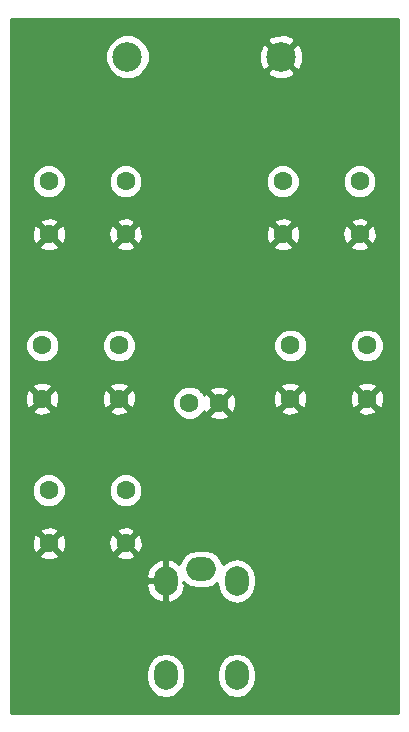
<source format=gbl>
G04 #@! TF.FileFunction,Copper,L2,Bot,Signal*
%FSLAX46Y46*%
G04 Gerber Fmt 4.6, Leading zero omitted, Abs format (unit mm)*
G04 Created by KiCad (PCBNEW 4.0.1-stable) date 2016/10/28 19:13:38*
%MOMM*%
G01*
G04 APERTURE LIST*
%ADD10C,0.100000*%
%ADD11C,1.600000*%
%ADD12C,2.500000*%
%ADD13O,2.000000X2.500000*%
%ADD14O,2.500000X2.000000*%
%ADD15C,0.254000*%
G04 APERTURE END LIST*
D10*
D11*
X134250000Y-100750000D03*
X127750000Y-100750000D03*
X134250000Y-96250000D03*
X127750000Y-96250000D03*
X148750000Y-96250000D03*
X155250000Y-96250000D03*
X148750000Y-100750000D03*
X155250000Y-100750000D03*
D12*
X147960000Y-71800000D03*
X134960000Y-71800000D03*
D13*
X138206000Y-124176000D03*
X144206000Y-124176000D03*
X144206000Y-116176000D03*
X138206000Y-116176000D03*
D14*
X141206000Y-115176000D03*
D11*
X134804000Y-86842000D03*
X128304000Y-86842000D03*
X134804000Y-82342000D03*
X128304000Y-82342000D03*
X134804000Y-113004000D03*
X128304000Y-113004000D03*
X134804000Y-108504000D03*
X128304000Y-108504000D03*
X148116000Y-82342000D03*
X154616000Y-82342000D03*
X148116000Y-86842000D03*
X154616000Y-86842000D03*
X142730000Y-101102000D03*
X140190000Y-101102000D03*
D15*
G36*
X157873000Y-127373000D02*
X125127000Y-127373000D01*
X125127000Y-123889071D01*
X136571000Y-123889071D01*
X136571000Y-124462929D01*
X136695457Y-125088616D01*
X137049880Y-125619049D01*
X137580313Y-125973472D01*
X138206000Y-126097929D01*
X138831687Y-125973472D01*
X139362120Y-125619049D01*
X139716543Y-125088616D01*
X139841000Y-124462929D01*
X139841000Y-123889071D01*
X142571000Y-123889071D01*
X142571000Y-124462929D01*
X142695457Y-125088616D01*
X143049880Y-125619049D01*
X143580313Y-125973472D01*
X144206000Y-126097929D01*
X144831687Y-125973472D01*
X145362120Y-125619049D01*
X145716543Y-125088616D01*
X145841000Y-124462929D01*
X145841000Y-123889071D01*
X145716543Y-123263384D01*
X145362120Y-122732951D01*
X144831687Y-122378528D01*
X144206000Y-122254071D01*
X143580313Y-122378528D01*
X143049880Y-122732951D01*
X142695457Y-123263384D01*
X142571000Y-123889071D01*
X139841000Y-123889071D01*
X139716543Y-123263384D01*
X139362120Y-122732951D01*
X138831687Y-122378528D01*
X138206000Y-122254071D01*
X137580313Y-122378528D01*
X137049880Y-122732951D01*
X136695457Y-123263384D01*
X136571000Y-123889071D01*
X125127000Y-123889071D01*
X125127000Y-116561030D01*
X136567185Y-116561030D01*
X136743606Y-117177899D01*
X137142663Y-117680298D01*
X137703604Y-117991742D01*
X137825566Y-118016124D01*
X138079000Y-117896777D01*
X138079000Y-116303000D01*
X136724988Y-116303000D01*
X136567185Y-116561030D01*
X125127000Y-116561030D01*
X125127000Y-115790970D01*
X136567185Y-115790970D01*
X136724988Y-116049000D01*
X138079000Y-116049000D01*
X138079000Y-114455223D01*
X138333000Y-114455223D01*
X138333000Y-116049000D01*
X138353000Y-116049000D01*
X138353000Y-116303000D01*
X138333000Y-116303000D01*
X138333000Y-117896777D01*
X138586434Y-118016124D01*
X138708396Y-117991742D01*
X139269337Y-117680298D01*
X139668394Y-117177899D01*
X139844815Y-116561030D01*
X139687013Y-116303002D01*
X139743495Y-116303002D01*
X139762951Y-116332120D01*
X140293384Y-116686543D01*
X140919071Y-116811000D01*
X141492929Y-116811000D01*
X142118616Y-116686543D01*
X142571000Y-116384271D01*
X142571000Y-116462929D01*
X142695457Y-117088616D01*
X143049880Y-117619049D01*
X143580313Y-117973472D01*
X144206000Y-118097929D01*
X144831687Y-117973472D01*
X145362120Y-117619049D01*
X145716543Y-117088616D01*
X145841000Y-116462929D01*
X145841000Y-115889071D01*
X145716543Y-115263384D01*
X145362120Y-114732951D01*
X144831687Y-114378528D01*
X144206000Y-114254071D01*
X143580313Y-114378528D01*
X143049880Y-114732951D01*
X143042113Y-114744575D01*
X143003472Y-114550313D01*
X142649049Y-114019880D01*
X142118616Y-113665457D01*
X141492929Y-113541000D01*
X140919071Y-113541000D01*
X140293384Y-113665457D01*
X139762951Y-114019880D01*
X139408528Y-114550313D01*
X139361342Y-114787533D01*
X139269337Y-114671702D01*
X138708396Y-114360258D01*
X138586434Y-114335876D01*
X138333000Y-114455223D01*
X138079000Y-114455223D01*
X137825566Y-114335876D01*
X137703604Y-114360258D01*
X137142663Y-114671702D01*
X136743606Y-115174101D01*
X136567185Y-115790970D01*
X125127000Y-115790970D01*
X125127000Y-114011745D01*
X127475861Y-114011745D01*
X127549995Y-114257864D01*
X128087223Y-114450965D01*
X128657454Y-114423778D01*
X129058005Y-114257864D01*
X129132139Y-114011745D01*
X133975861Y-114011745D01*
X134049995Y-114257864D01*
X134587223Y-114450965D01*
X135157454Y-114423778D01*
X135558005Y-114257864D01*
X135632139Y-114011745D01*
X134804000Y-113183605D01*
X133975861Y-114011745D01*
X129132139Y-114011745D01*
X128304000Y-113183605D01*
X127475861Y-114011745D01*
X125127000Y-114011745D01*
X125127000Y-112787223D01*
X126857035Y-112787223D01*
X126884222Y-113357454D01*
X127050136Y-113758005D01*
X127296255Y-113832139D01*
X128124395Y-113004000D01*
X128483605Y-113004000D01*
X129311745Y-113832139D01*
X129557864Y-113758005D01*
X129750965Y-113220777D01*
X129730295Y-112787223D01*
X133357035Y-112787223D01*
X133384222Y-113357454D01*
X133550136Y-113758005D01*
X133796255Y-113832139D01*
X134624395Y-113004000D01*
X134983605Y-113004000D01*
X135811745Y-113832139D01*
X136057864Y-113758005D01*
X136250965Y-113220777D01*
X136223778Y-112650546D01*
X136057864Y-112249995D01*
X135811745Y-112175861D01*
X134983605Y-113004000D01*
X134624395Y-113004000D01*
X133796255Y-112175861D01*
X133550136Y-112249995D01*
X133357035Y-112787223D01*
X129730295Y-112787223D01*
X129723778Y-112650546D01*
X129557864Y-112249995D01*
X129311745Y-112175861D01*
X128483605Y-113004000D01*
X128124395Y-113004000D01*
X127296255Y-112175861D01*
X127050136Y-112249995D01*
X126857035Y-112787223D01*
X125127000Y-112787223D01*
X125127000Y-111996255D01*
X127475861Y-111996255D01*
X128304000Y-112824395D01*
X129132139Y-111996255D01*
X133975861Y-111996255D01*
X134804000Y-112824395D01*
X135632139Y-111996255D01*
X135558005Y-111750136D01*
X135020777Y-111557035D01*
X134450546Y-111584222D01*
X134049995Y-111750136D01*
X133975861Y-111996255D01*
X129132139Y-111996255D01*
X129058005Y-111750136D01*
X128520777Y-111557035D01*
X127950546Y-111584222D01*
X127549995Y-111750136D01*
X127475861Y-111996255D01*
X125127000Y-111996255D01*
X125127000Y-108788187D01*
X126868752Y-108788187D01*
X127086757Y-109315800D01*
X127490077Y-109719824D01*
X128017309Y-109938750D01*
X128588187Y-109939248D01*
X129115800Y-109721243D01*
X129519824Y-109317923D01*
X129738750Y-108790691D01*
X129738752Y-108788187D01*
X133368752Y-108788187D01*
X133586757Y-109315800D01*
X133990077Y-109719824D01*
X134517309Y-109938750D01*
X135088187Y-109939248D01*
X135615800Y-109721243D01*
X136019824Y-109317923D01*
X136238750Y-108790691D01*
X136239248Y-108219813D01*
X136021243Y-107692200D01*
X135617923Y-107288176D01*
X135090691Y-107069250D01*
X134519813Y-107068752D01*
X133992200Y-107286757D01*
X133588176Y-107690077D01*
X133369250Y-108217309D01*
X133368752Y-108788187D01*
X129738752Y-108788187D01*
X129739248Y-108219813D01*
X129521243Y-107692200D01*
X129117923Y-107288176D01*
X128590691Y-107069250D01*
X128019813Y-107068752D01*
X127492200Y-107286757D01*
X127088176Y-107690077D01*
X126869250Y-108217309D01*
X126868752Y-108788187D01*
X125127000Y-108788187D01*
X125127000Y-101757745D01*
X126921861Y-101757745D01*
X126995995Y-102003864D01*
X127533223Y-102196965D01*
X128103454Y-102169778D01*
X128504005Y-102003864D01*
X128578139Y-101757745D01*
X133421861Y-101757745D01*
X133495995Y-102003864D01*
X134033223Y-102196965D01*
X134603454Y-102169778D01*
X135004005Y-102003864D01*
X135078139Y-101757745D01*
X134250000Y-100929605D01*
X133421861Y-101757745D01*
X128578139Y-101757745D01*
X127750000Y-100929605D01*
X126921861Y-101757745D01*
X125127000Y-101757745D01*
X125127000Y-100533223D01*
X126303035Y-100533223D01*
X126330222Y-101103454D01*
X126496136Y-101504005D01*
X126742255Y-101578139D01*
X127570395Y-100750000D01*
X127929605Y-100750000D01*
X128757745Y-101578139D01*
X129003864Y-101504005D01*
X129196965Y-100966777D01*
X129176295Y-100533223D01*
X132803035Y-100533223D01*
X132830222Y-101103454D01*
X132996136Y-101504005D01*
X133242255Y-101578139D01*
X134070395Y-100750000D01*
X134429605Y-100750000D01*
X135257745Y-101578139D01*
X135503864Y-101504005D01*
X135546212Y-101386187D01*
X138754752Y-101386187D01*
X138972757Y-101913800D01*
X139376077Y-102317824D01*
X139903309Y-102536750D01*
X140474187Y-102537248D01*
X141001800Y-102319243D01*
X141211663Y-102109745D01*
X141901861Y-102109745D01*
X141975995Y-102355864D01*
X142513223Y-102548965D01*
X143083454Y-102521778D01*
X143484005Y-102355864D01*
X143558139Y-102109745D01*
X142730000Y-101281605D01*
X141901861Y-102109745D01*
X141211663Y-102109745D01*
X141405824Y-101915923D01*
X141453448Y-101801232D01*
X141476136Y-101856005D01*
X141722255Y-101930139D01*
X142550395Y-101102000D01*
X142909605Y-101102000D01*
X143737745Y-101930139D01*
X143983864Y-101856005D01*
X144019182Y-101757745D01*
X147921861Y-101757745D01*
X147995995Y-102003864D01*
X148533223Y-102196965D01*
X149103454Y-102169778D01*
X149504005Y-102003864D01*
X149578139Y-101757745D01*
X154421861Y-101757745D01*
X154495995Y-102003864D01*
X155033223Y-102196965D01*
X155603454Y-102169778D01*
X156004005Y-102003864D01*
X156078139Y-101757745D01*
X155250000Y-100929605D01*
X154421861Y-101757745D01*
X149578139Y-101757745D01*
X148750000Y-100929605D01*
X147921861Y-101757745D01*
X144019182Y-101757745D01*
X144176965Y-101318777D01*
X144149778Y-100748546D01*
X144060589Y-100533223D01*
X147303035Y-100533223D01*
X147330222Y-101103454D01*
X147496136Y-101504005D01*
X147742255Y-101578139D01*
X148570395Y-100750000D01*
X148929605Y-100750000D01*
X149757745Y-101578139D01*
X150003864Y-101504005D01*
X150196965Y-100966777D01*
X150176295Y-100533223D01*
X153803035Y-100533223D01*
X153830222Y-101103454D01*
X153996136Y-101504005D01*
X154242255Y-101578139D01*
X155070395Y-100750000D01*
X155429605Y-100750000D01*
X156257745Y-101578139D01*
X156503864Y-101504005D01*
X156696965Y-100966777D01*
X156669778Y-100396546D01*
X156503864Y-99995995D01*
X156257745Y-99921861D01*
X155429605Y-100750000D01*
X155070395Y-100750000D01*
X154242255Y-99921861D01*
X153996136Y-99995995D01*
X153803035Y-100533223D01*
X150176295Y-100533223D01*
X150169778Y-100396546D01*
X150003864Y-99995995D01*
X149757745Y-99921861D01*
X148929605Y-100750000D01*
X148570395Y-100750000D01*
X147742255Y-99921861D01*
X147496136Y-99995995D01*
X147303035Y-100533223D01*
X144060589Y-100533223D01*
X143983864Y-100347995D01*
X143737745Y-100273861D01*
X142909605Y-101102000D01*
X142550395Y-101102000D01*
X141722255Y-100273861D01*
X141476136Y-100347995D01*
X141455195Y-100406254D01*
X141407243Y-100290200D01*
X141211640Y-100094255D01*
X141901861Y-100094255D01*
X142730000Y-100922395D01*
X143558139Y-100094255D01*
X143484005Y-99848136D01*
X143189433Y-99742255D01*
X147921861Y-99742255D01*
X148750000Y-100570395D01*
X149578139Y-99742255D01*
X154421861Y-99742255D01*
X155250000Y-100570395D01*
X156078139Y-99742255D01*
X156004005Y-99496136D01*
X155466777Y-99303035D01*
X154896546Y-99330222D01*
X154495995Y-99496136D01*
X154421861Y-99742255D01*
X149578139Y-99742255D01*
X149504005Y-99496136D01*
X148966777Y-99303035D01*
X148396546Y-99330222D01*
X147995995Y-99496136D01*
X147921861Y-99742255D01*
X143189433Y-99742255D01*
X142946777Y-99655035D01*
X142376546Y-99682222D01*
X141975995Y-99848136D01*
X141901861Y-100094255D01*
X141211640Y-100094255D01*
X141003923Y-99886176D01*
X140476691Y-99667250D01*
X139905813Y-99666752D01*
X139378200Y-99884757D01*
X138974176Y-100288077D01*
X138755250Y-100815309D01*
X138754752Y-101386187D01*
X135546212Y-101386187D01*
X135696965Y-100966777D01*
X135669778Y-100396546D01*
X135503864Y-99995995D01*
X135257745Y-99921861D01*
X134429605Y-100750000D01*
X134070395Y-100750000D01*
X133242255Y-99921861D01*
X132996136Y-99995995D01*
X132803035Y-100533223D01*
X129176295Y-100533223D01*
X129169778Y-100396546D01*
X129003864Y-99995995D01*
X128757745Y-99921861D01*
X127929605Y-100750000D01*
X127570395Y-100750000D01*
X126742255Y-99921861D01*
X126496136Y-99995995D01*
X126303035Y-100533223D01*
X125127000Y-100533223D01*
X125127000Y-99742255D01*
X126921861Y-99742255D01*
X127750000Y-100570395D01*
X128578139Y-99742255D01*
X133421861Y-99742255D01*
X134250000Y-100570395D01*
X135078139Y-99742255D01*
X135004005Y-99496136D01*
X134466777Y-99303035D01*
X133896546Y-99330222D01*
X133495995Y-99496136D01*
X133421861Y-99742255D01*
X128578139Y-99742255D01*
X128504005Y-99496136D01*
X127966777Y-99303035D01*
X127396546Y-99330222D01*
X126995995Y-99496136D01*
X126921861Y-99742255D01*
X125127000Y-99742255D01*
X125127000Y-96534187D01*
X126314752Y-96534187D01*
X126532757Y-97061800D01*
X126936077Y-97465824D01*
X127463309Y-97684750D01*
X128034187Y-97685248D01*
X128561800Y-97467243D01*
X128965824Y-97063923D01*
X129184750Y-96536691D01*
X129184752Y-96534187D01*
X132814752Y-96534187D01*
X133032757Y-97061800D01*
X133436077Y-97465824D01*
X133963309Y-97684750D01*
X134534187Y-97685248D01*
X135061800Y-97467243D01*
X135465824Y-97063923D01*
X135684750Y-96536691D01*
X135684752Y-96534187D01*
X147314752Y-96534187D01*
X147532757Y-97061800D01*
X147936077Y-97465824D01*
X148463309Y-97684750D01*
X149034187Y-97685248D01*
X149561800Y-97467243D01*
X149965824Y-97063923D01*
X150184750Y-96536691D01*
X150184752Y-96534187D01*
X153814752Y-96534187D01*
X154032757Y-97061800D01*
X154436077Y-97465824D01*
X154963309Y-97684750D01*
X155534187Y-97685248D01*
X156061800Y-97467243D01*
X156465824Y-97063923D01*
X156684750Y-96536691D01*
X156685248Y-95965813D01*
X156467243Y-95438200D01*
X156063923Y-95034176D01*
X155536691Y-94815250D01*
X154965813Y-94814752D01*
X154438200Y-95032757D01*
X154034176Y-95436077D01*
X153815250Y-95963309D01*
X153814752Y-96534187D01*
X150184752Y-96534187D01*
X150185248Y-95965813D01*
X149967243Y-95438200D01*
X149563923Y-95034176D01*
X149036691Y-94815250D01*
X148465813Y-94814752D01*
X147938200Y-95032757D01*
X147534176Y-95436077D01*
X147315250Y-95963309D01*
X147314752Y-96534187D01*
X135684752Y-96534187D01*
X135685248Y-95965813D01*
X135467243Y-95438200D01*
X135063923Y-95034176D01*
X134536691Y-94815250D01*
X133965813Y-94814752D01*
X133438200Y-95032757D01*
X133034176Y-95436077D01*
X132815250Y-95963309D01*
X132814752Y-96534187D01*
X129184752Y-96534187D01*
X129185248Y-95965813D01*
X128967243Y-95438200D01*
X128563923Y-95034176D01*
X128036691Y-94815250D01*
X127465813Y-94814752D01*
X126938200Y-95032757D01*
X126534176Y-95436077D01*
X126315250Y-95963309D01*
X126314752Y-96534187D01*
X125127000Y-96534187D01*
X125127000Y-87849745D01*
X127475861Y-87849745D01*
X127549995Y-88095864D01*
X128087223Y-88288965D01*
X128657454Y-88261778D01*
X129058005Y-88095864D01*
X129132139Y-87849745D01*
X133975861Y-87849745D01*
X134049995Y-88095864D01*
X134587223Y-88288965D01*
X135157454Y-88261778D01*
X135558005Y-88095864D01*
X135632139Y-87849745D01*
X147287861Y-87849745D01*
X147361995Y-88095864D01*
X147899223Y-88288965D01*
X148469454Y-88261778D01*
X148870005Y-88095864D01*
X148944139Y-87849745D01*
X153787861Y-87849745D01*
X153861995Y-88095864D01*
X154399223Y-88288965D01*
X154969454Y-88261778D01*
X155370005Y-88095864D01*
X155444139Y-87849745D01*
X154616000Y-87021605D01*
X153787861Y-87849745D01*
X148944139Y-87849745D01*
X148116000Y-87021605D01*
X147287861Y-87849745D01*
X135632139Y-87849745D01*
X134804000Y-87021605D01*
X133975861Y-87849745D01*
X129132139Y-87849745D01*
X128304000Y-87021605D01*
X127475861Y-87849745D01*
X125127000Y-87849745D01*
X125127000Y-86625223D01*
X126857035Y-86625223D01*
X126884222Y-87195454D01*
X127050136Y-87596005D01*
X127296255Y-87670139D01*
X128124395Y-86842000D01*
X128483605Y-86842000D01*
X129311745Y-87670139D01*
X129557864Y-87596005D01*
X129750965Y-87058777D01*
X129730295Y-86625223D01*
X133357035Y-86625223D01*
X133384222Y-87195454D01*
X133550136Y-87596005D01*
X133796255Y-87670139D01*
X134624395Y-86842000D01*
X134983605Y-86842000D01*
X135811745Y-87670139D01*
X136057864Y-87596005D01*
X136250965Y-87058777D01*
X136230295Y-86625223D01*
X146669035Y-86625223D01*
X146696222Y-87195454D01*
X146862136Y-87596005D01*
X147108255Y-87670139D01*
X147936395Y-86842000D01*
X148295605Y-86842000D01*
X149123745Y-87670139D01*
X149369864Y-87596005D01*
X149562965Y-87058777D01*
X149542295Y-86625223D01*
X153169035Y-86625223D01*
X153196222Y-87195454D01*
X153362136Y-87596005D01*
X153608255Y-87670139D01*
X154436395Y-86842000D01*
X154795605Y-86842000D01*
X155623745Y-87670139D01*
X155869864Y-87596005D01*
X156062965Y-87058777D01*
X156035778Y-86488546D01*
X155869864Y-86087995D01*
X155623745Y-86013861D01*
X154795605Y-86842000D01*
X154436395Y-86842000D01*
X153608255Y-86013861D01*
X153362136Y-86087995D01*
X153169035Y-86625223D01*
X149542295Y-86625223D01*
X149535778Y-86488546D01*
X149369864Y-86087995D01*
X149123745Y-86013861D01*
X148295605Y-86842000D01*
X147936395Y-86842000D01*
X147108255Y-86013861D01*
X146862136Y-86087995D01*
X146669035Y-86625223D01*
X136230295Y-86625223D01*
X136223778Y-86488546D01*
X136057864Y-86087995D01*
X135811745Y-86013861D01*
X134983605Y-86842000D01*
X134624395Y-86842000D01*
X133796255Y-86013861D01*
X133550136Y-86087995D01*
X133357035Y-86625223D01*
X129730295Y-86625223D01*
X129723778Y-86488546D01*
X129557864Y-86087995D01*
X129311745Y-86013861D01*
X128483605Y-86842000D01*
X128124395Y-86842000D01*
X127296255Y-86013861D01*
X127050136Y-86087995D01*
X126857035Y-86625223D01*
X125127000Y-86625223D01*
X125127000Y-85834255D01*
X127475861Y-85834255D01*
X128304000Y-86662395D01*
X129132139Y-85834255D01*
X133975861Y-85834255D01*
X134804000Y-86662395D01*
X135632139Y-85834255D01*
X147287861Y-85834255D01*
X148116000Y-86662395D01*
X148944139Y-85834255D01*
X153787861Y-85834255D01*
X154616000Y-86662395D01*
X155444139Y-85834255D01*
X155370005Y-85588136D01*
X154832777Y-85395035D01*
X154262546Y-85422222D01*
X153861995Y-85588136D01*
X153787861Y-85834255D01*
X148944139Y-85834255D01*
X148870005Y-85588136D01*
X148332777Y-85395035D01*
X147762546Y-85422222D01*
X147361995Y-85588136D01*
X147287861Y-85834255D01*
X135632139Y-85834255D01*
X135558005Y-85588136D01*
X135020777Y-85395035D01*
X134450546Y-85422222D01*
X134049995Y-85588136D01*
X133975861Y-85834255D01*
X129132139Y-85834255D01*
X129058005Y-85588136D01*
X128520777Y-85395035D01*
X127950546Y-85422222D01*
X127549995Y-85588136D01*
X127475861Y-85834255D01*
X125127000Y-85834255D01*
X125127000Y-82626187D01*
X126868752Y-82626187D01*
X127086757Y-83153800D01*
X127490077Y-83557824D01*
X128017309Y-83776750D01*
X128588187Y-83777248D01*
X129115800Y-83559243D01*
X129519824Y-83155923D01*
X129738750Y-82628691D01*
X129738752Y-82626187D01*
X133368752Y-82626187D01*
X133586757Y-83153800D01*
X133990077Y-83557824D01*
X134517309Y-83776750D01*
X135088187Y-83777248D01*
X135615800Y-83559243D01*
X136019824Y-83155923D01*
X136238750Y-82628691D01*
X136238752Y-82626187D01*
X146680752Y-82626187D01*
X146898757Y-83153800D01*
X147302077Y-83557824D01*
X147829309Y-83776750D01*
X148400187Y-83777248D01*
X148927800Y-83559243D01*
X149331824Y-83155923D01*
X149550750Y-82628691D01*
X149550752Y-82626187D01*
X153180752Y-82626187D01*
X153398757Y-83153800D01*
X153802077Y-83557824D01*
X154329309Y-83776750D01*
X154900187Y-83777248D01*
X155427800Y-83559243D01*
X155831824Y-83155923D01*
X156050750Y-82628691D01*
X156051248Y-82057813D01*
X155833243Y-81530200D01*
X155429923Y-81126176D01*
X154902691Y-80907250D01*
X154331813Y-80906752D01*
X153804200Y-81124757D01*
X153400176Y-81528077D01*
X153181250Y-82055309D01*
X153180752Y-82626187D01*
X149550752Y-82626187D01*
X149551248Y-82057813D01*
X149333243Y-81530200D01*
X148929923Y-81126176D01*
X148402691Y-80907250D01*
X147831813Y-80906752D01*
X147304200Y-81124757D01*
X146900176Y-81528077D01*
X146681250Y-82055309D01*
X146680752Y-82626187D01*
X136238752Y-82626187D01*
X136239248Y-82057813D01*
X136021243Y-81530200D01*
X135617923Y-81126176D01*
X135090691Y-80907250D01*
X134519813Y-80906752D01*
X133992200Y-81124757D01*
X133588176Y-81528077D01*
X133369250Y-82055309D01*
X133368752Y-82626187D01*
X129738752Y-82626187D01*
X129739248Y-82057813D01*
X129521243Y-81530200D01*
X129117923Y-81126176D01*
X128590691Y-80907250D01*
X128019813Y-80906752D01*
X127492200Y-81124757D01*
X127088176Y-81528077D01*
X126869250Y-82055309D01*
X126868752Y-82626187D01*
X125127000Y-82626187D01*
X125127000Y-72173305D01*
X133074674Y-72173305D01*
X133361043Y-72866372D01*
X133890839Y-73397093D01*
X134583405Y-73684672D01*
X135333305Y-73685326D01*
X136026372Y-73398957D01*
X136292472Y-73133320D01*
X146806285Y-73133320D01*
X146935533Y-73426123D01*
X147635806Y-73694388D01*
X148385435Y-73674250D01*
X148984467Y-73426123D01*
X149113715Y-73133320D01*
X147960000Y-71979605D01*
X146806285Y-73133320D01*
X136292472Y-73133320D01*
X136557093Y-72869161D01*
X136844672Y-72176595D01*
X136845283Y-71475806D01*
X146065612Y-71475806D01*
X146085750Y-72225435D01*
X146333877Y-72824467D01*
X146626680Y-72953715D01*
X147780395Y-71800000D01*
X148139605Y-71800000D01*
X149293320Y-72953715D01*
X149586123Y-72824467D01*
X149854388Y-72124194D01*
X149834250Y-71374565D01*
X149586123Y-70775533D01*
X149293320Y-70646285D01*
X148139605Y-71800000D01*
X147780395Y-71800000D01*
X146626680Y-70646285D01*
X146333877Y-70775533D01*
X146065612Y-71475806D01*
X136845283Y-71475806D01*
X136845326Y-71426695D01*
X136558957Y-70733628D01*
X136292475Y-70466680D01*
X146806285Y-70466680D01*
X147960000Y-71620395D01*
X149113715Y-70466680D01*
X148984467Y-70173877D01*
X148284194Y-69905612D01*
X147534565Y-69925750D01*
X146935533Y-70173877D01*
X146806285Y-70466680D01*
X136292475Y-70466680D01*
X136029161Y-70202907D01*
X135336595Y-69915328D01*
X134586695Y-69914674D01*
X133893628Y-70201043D01*
X133362907Y-70730839D01*
X133075328Y-71423405D01*
X133074674Y-72173305D01*
X125127000Y-72173305D01*
X125127000Y-68627000D01*
X157873000Y-68627000D01*
X157873000Y-127373000D01*
X157873000Y-127373000D01*
G37*
X157873000Y-127373000D02*
X125127000Y-127373000D01*
X125127000Y-123889071D01*
X136571000Y-123889071D01*
X136571000Y-124462929D01*
X136695457Y-125088616D01*
X137049880Y-125619049D01*
X137580313Y-125973472D01*
X138206000Y-126097929D01*
X138831687Y-125973472D01*
X139362120Y-125619049D01*
X139716543Y-125088616D01*
X139841000Y-124462929D01*
X139841000Y-123889071D01*
X142571000Y-123889071D01*
X142571000Y-124462929D01*
X142695457Y-125088616D01*
X143049880Y-125619049D01*
X143580313Y-125973472D01*
X144206000Y-126097929D01*
X144831687Y-125973472D01*
X145362120Y-125619049D01*
X145716543Y-125088616D01*
X145841000Y-124462929D01*
X145841000Y-123889071D01*
X145716543Y-123263384D01*
X145362120Y-122732951D01*
X144831687Y-122378528D01*
X144206000Y-122254071D01*
X143580313Y-122378528D01*
X143049880Y-122732951D01*
X142695457Y-123263384D01*
X142571000Y-123889071D01*
X139841000Y-123889071D01*
X139716543Y-123263384D01*
X139362120Y-122732951D01*
X138831687Y-122378528D01*
X138206000Y-122254071D01*
X137580313Y-122378528D01*
X137049880Y-122732951D01*
X136695457Y-123263384D01*
X136571000Y-123889071D01*
X125127000Y-123889071D01*
X125127000Y-116561030D01*
X136567185Y-116561030D01*
X136743606Y-117177899D01*
X137142663Y-117680298D01*
X137703604Y-117991742D01*
X137825566Y-118016124D01*
X138079000Y-117896777D01*
X138079000Y-116303000D01*
X136724988Y-116303000D01*
X136567185Y-116561030D01*
X125127000Y-116561030D01*
X125127000Y-115790970D01*
X136567185Y-115790970D01*
X136724988Y-116049000D01*
X138079000Y-116049000D01*
X138079000Y-114455223D01*
X138333000Y-114455223D01*
X138333000Y-116049000D01*
X138353000Y-116049000D01*
X138353000Y-116303000D01*
X138333000Y-116303000D01*
X138333000Y-117896777D01*
X138586434Y-118016124D01*
X138708396Y-117991742D01*
X139269337Y-117680298D01*
X139668394Y-117177899D01*
X139844815Y-116561030D01*
X139687013Y-116303002D01*
X139743495Y-116303002D01*
X139762951Y-116332120D01*
X140293384Y-116686543D01*
X140919071Y-116811000D01*
X141492929Y-116811000D01*
X142118616Y-116686543D01*
X142571000Y-116384271D01*
X142571000Y-116462929D01*
X142695457Y-117088616D01*
X143049880Y-117619049D01*
X143580313Y-117973472D01*
X144206000Y-118097929D01*
X144831687Y-117973472D01*
X145362120Y-117619049D01*
X145716543Y-117088616D01*
X145841000Y-116462929D01*
X145841000Y-115889071D01*
X145716543Y-115263384D01*
X145362120Y-114732951D01*
X144831687Y-114378528D01*
X144206000Y-114254071D01*
X143580313Y-114378528D01*
X143049880Y-114732951D01*
X143042113Y-114744575D01*
X143003472Y-114550313D01*
X142649049Y-114019880D01*
X142118616Y-113665457D01*
X141492929Y-113541000D01*
X140919071Y-113541000D01*
X140293384Y-113665457D01*
X139762951Y-114019880D01*
X139408528Y-114550313D01*
X139361342Y-114787533D01*
X139269337Y-114671702D01*
X138708396Y-114360258D01*
X138586434Y-114335876D01*
X138333000Y-114455223D01*
X138079000Y-114455223D01*
X137825566Y-114335876D01*
X137703604Y-114360258D01*
X137142663Y-114671702D01*
X136743606Y-115174101D01*
X136567185Y-115790970D01*
X125127000Y-115790970D01*
X125127000Y-114011745D01*
X127475861Y-114011745D01*
X127549995Y-114257864D01*
X128087223Y-114450965D01*
X128657454Y-114423778D01*
X129058005Y-114257864D01*
X129132139Y-114011745D01*
X133975861Y-114011745D01*
X134049995Y-114257864D01*
X134587223Y-114450965D01*
X135157454Y-114423778D01*
X135558005Y-114257864D01*
X135632139Y-114011745D01*
X134804000Y-113183605D01*
X133975861Y-114011745D01*
X129132139Y-114011745D01*
X128304000Y-113183605D01*
X127475861Y-114011745D01*
X125127000Y-114011745D01*
X125127000Y-112787223D01*
X126857035Y-112787223D01*
X126884222Y-113357454D01*
X127050136Y-113758005D01*
X127296255Y-113832139D01*
X128124395Y-113004000D01*
X128483605Y-113004000D01*
X129311745Y-113832139D01*
X129557864Y-113758005D01*
X129750965Y-113220777D01*
X129730295Y-112787223D01*
X133357035Y-112787223D01*
X133384222Y-113357454D01*
X133550136Y-113758005D01*
X133796255Y-113832139D01*
X134624395Y-113004000D01*
X134983605Y-113004000D01*
X135811745Y-113832139D01*
X136057864Y-113758005D01*
X136250965Y-113220777D01*
X136223778Y-112650546D01*
X136057864Y-112249995D01*
X135811745Y-112175861D01*
X134983605Y-113004000D01*
X134624395Y-113004000D01*
X133796255Y-112175861D01*
X133550136Y-112249995D01*
X133357035Y-112787223D01*
X129730295Y-112787223D01*
X129723778Y-112650546D01*
X129557864Y-112249995D01*
X129311745Y-112175861D01*
X128483605Y-113004000D01*
X128124395Y-113004000D01*
X127296255Y-112175861D01*
X127050136Y-112249995D01*
X126857035Y-112787223D01*
X125127000Y-112787223D01*
X125127000Y-111996255D01*
X127475861Y-111996255D01*
X128304000Y-112824395D01*
X129132139Y-111996255D01*
X133975861Y-111996255D01*
X134804000Y-112824395D01*
X135632139Y-111996255D01*
X135558005Y-111750136D01*
X135020777Y-111557035D01*
X134450546Y-111584222D01*
X134049995Y-111750136D01*
X133975861Y-111996255D01*
X129132139Y-111996255D01*
X129058005Y-111750136D01*
X128520777Y-111557035D01*
X127950546Y-111584222D01*
X127549995Y-111750136D01*
X127475861Y-111996255D01*
X125127000Y-111996255D01*
X125127000Y-108788187D01*
X126868752Y-108788187D01*
X127086757Y-109315800D01*
X127490077Y-109719824D01*
X128017309Y-109938750D01*
X128588187Y-109939248D01*
X129115800Y-109721243D01*
X129519824Y-109317923D01*
X129738750Y-108790691D01*
X129738752Y-108788187D01*
X133368752Y-108788187D01*
X133586757Y-109315800D01*
X133990077Y-109719824D01*
X134517309Y-109938750D01*
X135088187Y-109939248D01*
X135615800Y-109721243D01*
X136019824Y-109317923D01*
X136238750Y-108790691D01*
X136239248Y-108219813D01*
X136021243Y-107692200D01*
X135617923Y-107288176D01*
X135090691Y-107069250D01*
X134519813Y-107068752D01*
X133992200Y-107286757D01*
X133588176Y-107690077D01*
X133369250Y-108217309D01*
X133368752Y-108788187D01*
X129738752Y-108788187D01*
X129739248Y-108219813D01*
X129521243Y-107692200D01*
X129117923Y-107288176D01*
X128590691Y-107069250D01*
X128019813Y-107068752D01*
X127492200Y-107286757D01*
X127088176Y-107690077D01*
X126869250Y-108217309D01*
X126868752Y-108788187D01*
X125127000Y-108788187D01*
X125127000Y-101757745D01*
X126921861Y-101757745D01*
X126995995Y-102003864D01*
X127533223Y-102196965D01*
X128103454Y-102169778D01*
X128504005Y-102003864D01*
X128578139Y-101757745D01*
X133421861Y-101757745D01*
X133495995Y-102003864D01*
X134033223Y-102196965D01*
X134603454Y-102169778D01*
X135004005Y-102003864D01*
X135078139Y-101757745D01*
X134250000Y-100929605D01*
X133421861Y-101757745D01*
X128578139Y-101757745D01*
X127750000Y-100929605D01*
X126921861Y-101757745D01*
X125127000Y-101757745D01*
X125127000Y-100533223D01*
X126303035Y-100533223D01*
X126330222Y-101103454D01*
X126496136Y-101504005D01*
X126742255Y-101578139D01*
X127570395Y-100750000D01*
X127929605Y-100750000D01*
X128757745Y-101578139D01*
X129003864Y-101504005D01*
X129196965Y-100966777D01*
X129176295Y-100533223D01*
X132803035Y-100533223D01*
X132830222Y-101103454D01*
X132996136Y-101504005D01*
X133242255Y-101578139D01*
X134070395Y-100750000D01*
X134429605Y-100750000D01*
X135257745Y-101578139D01*
X135503864Y-101504005D01*
X135546212Y-101386187D01*
X138754752Y-101386187D01*
X138972757Y-101913800D01*
X139376077Y-102317824D01*
X139903309Y-102536750D01*
X140474187Y-102537248D01*
X141001800Y-102319243D01*
X141211663Y-102109745D01*
X141901861Y-102109745D01*
X141975995Y-102355864D01*
X142513223Y-102548965D01*
X143083454Y-102521778D01*
X143484005Y-102355864D01*
X143558139Y-102109745D01*
X142730000Y-101281605D01*
X141901861Y-102109745D01*
X141211663Y-102109745D01*
X141405824Y-101915923D01*
X141453448Y-101801232D01*
X141476136Y-101856005D01*
X141722255Y-101930139D01*
X142550395Y-101102000D01*
X142909605Y-101102000D01*
X143737745Y-101930139D01*
X143983864Y-101856005D01*
X144019182Y-101757745D01*
X147921861Y-101757745D01*
X147995995Y-102003864D01*
X148533223Y-102196965D01*
X149103454Y-102169778D01*
X149504005Y-102003864D01*
X149578139Y-101757745D01*
X154421861Y-101757745D01*
X154495995Y-102003864D01*
X155033223Y-102196965D01*
X155603454Y-102169778D01*
X156004005Y-102003864D01*
X156078139Y-101757745D01*
X155250000Y-100929605D01*
X154421861Y-101757745D01*
X149578139Y-101757745D01*
X148750000Y-100929605D01*
X147921861Y-101757745D01*
X144019182Y-101757745D01*
X144176965Y-101318777D01*
X144149778Y-100748546D01*
X144060589Y-100533223D01*
X147303035Y-100533223D01*
X147330222Y-101103454D01*
X147496136Y-101504005D01*
X147742255Y-101578139D01*
X148570395Y-100750000D01*
X148929605Y-100750000D01*
X149757745Y-101578139D01*
X150003864Y-101504005D01*
X150196965Y-100966777D01*
X150176295Y-100533223D01*
X153803035Y-100533223D01*
X153830222Y-101103454D01*
X153996136Y-101504005D01*
X154242255Y-101578139D01*
X155070395Y-100750000D01*
X155429605Y-100750000D01*
X156257745Y-101578139D01*
X156503864Y-101504005D01*
X156696965Y-100966777D01*
X156669778Y-100396546D01*
X156503864Y-99995995D01*
X156257745Y-99921861D01*
X155429605Y-100750000D01*
X155070395Y-100750000D01*
X154242255Y-99921861D01*
X153996136Y-99995995D01*
X153803035Y-100533223D01*
X150176295Y-100533223D01*
X150169778Y-100396546D01*
X150003864Y-99995995D01*
X149757745Y-99921861D01*
X148929605Y-100750000D01*
X148570395Y-100750000D01*
X147742255Y-99921861D01*
X147496136Y-99995995D01*
X147303035Y-100533223D01*
X144060589Y-100533223D01*
X143983864Y-100347995D01*
X143737745Y-100273861D01*
X142909605Y-101102000D01*
X142550395Y-101102000D01*
X141722255Y-100273861D01*
X141476136Y-100347995D01*
X141455195Y-100406254D01*
X141407243Y-100290200D01*
X141211640Y-100094255D01*
X141901861Y-100094255D01*
X142730000Y-100922395D01*
X143558139Y-100094255D01*
X143484005Y-99848136D01*
X143189433Y-99742255D01*
X147921861Y-99742255D01*
X148750000Y-100570395D01*
X149578139Y-99742255D01*
X154421861Y-99742255D01*
X155250000Y-100570395D01*
X156078139Y-99742255D01*
X156004005Y-99496136D01*
X155466777Y-99303035D01*
X154896546Y-99330222D01*
X154495995Y-99496136D01*
X154421861Y-99742255D01*
X149578139Y-99742255D01*
X149504005Y-99496136D01*
X148966777Y-99303035D01*
X148396546Y-99330222D01*
X147995995Y-99496136D01*
X147921861Y-99742255D01*
X143189433Y-99742255D01*
X142946777Y-99655035D01*
X142376546Y-99682222D01*
X141975995Y-99848136D01*
X141901861Y-100094255D01*
X141211640Y-100094255D01*
X141003923Y-99886176D01*
X140476691Y-99667250D01*
X139905813Y-99666752D01*
X139378200Y-99884757D01*
X138974176Y-100288077D01*
X138755250Y-100815309D01*
X138754752Y-101386187D01*
X135546212Y-101386187D01*
X135696965Y-100966777D01*
X135669778Y-100396546D01*
X135503864Y-99995995D01*
X135257745Y-99921861D01*
X134429605Y-100750000D01*
X134070395Y-100750000D01*
X133242255Y-99921861D01*
X132996136Y-99995995D01*
X132803035Y-100533223D01*
X129176295Y-100533223D01*
X129169778Y-100396546D01*
X129003864Y-99995995D01*
X128757745Y-99921861D01*
X127929605Y-100750000D01*
X127570395Y-100750000D01*
X126742255Y-99921861D01*
X126496136Y-99995995D01*
X126303035Y-100533223D01*
X125127000Y-100533223D01*
X125127000Y-99742255D01*
X126921861Y-99742255D01*
X127750000Y-100570395D01*
X128578139Y-99742255D01*
X133421861Y-99742255D01*
X134250000Y-100570395D01*
X135078139Y-99742255D01*
X135004005Y-99496136D01*
X134466777Y-99303035D01*
X133896546Y-99330222D01*
X133495995Y-99496136D01*
X133421861Y-99742255D01*
X128578139Y-99742255D01*
X128504005Y-99496136D01*
X127966777Y-99303035D01*
X127396546Y-99330222D01*
X126995995Y-99496136D01*
X126921861Y-99742255D01*
X125127000Y-99742255D01*
X125127000Y-96534187D01*
X126314752Y-96534187D01*
X126532757Y-97061800D01*
X126936077Y-97465824D01*
X127463309Y-97684750D01*
X128034187Y-97685248D01*
X128561800Y-97467243D01*
X128965824Y-97063923D01*
X129184750Y-96536691D01*
X129184752Y-96534187D01*
X132814752Y-96534187D01*
X133032757Y-97061800D01*
X133436077Y-97465824D01*
X133963309Y-97684750D01*
X134534187Y-97685248D01*
X135061800Y-97467243D01*
X135465824Y-97063923D01*
X135684750Y-96536691D01*
X135684752Y-96534187D01*
X147314752Y-96534187D01*
X147532757Y-97061800D01*
X147936077Y-97465824D01*
X148463309Y-97684750D01*
X149034187Y-97685248D01*
X149561800Y-97467243D01*
X149965824Y-97063923D01*
X150184750Y-96536691D01*
X150184752Y-96534187D01*
X153814752Y-96534187D01*
X154032757Y-97061800D01*
X154436077Y-97465824D01*
X154963309Y-97684750D01*
X155534187Y-97685248D01*
X156061800Y-97467243D01*
X156465824Y-97063923D01*
X156684750Y-96536691D01*
X156685248Y-95965813D01*
X156467243Y-95438200D01*
X156063923Y-95034176D01*
X155536691Y-94815250D01*
X154965813Y-94814752D01*
X154438200Y-95032757D01*
X154034176Y-95436077D01*
X153815250Y-95963309D01*
X153814752Y-96534187D01*
X150184752Y-96534187D01*
X150185248Y-95965813D01*
X149967243Y-95438200D01*
X149563923Y-95034176D01*
X149036691Y-94815250D01*
X148465813Y-94814752D01*
X147938200Y-95032757D01*
X147534176Y-95436077D01*
X147315250Y-95963309D01*
X147314752Y-96534187D01*
X135684752Y-96534187D01*
X135685248Y-95965813D01*
X135467243Y-95438200D01*
X135063923Y-95034176D01*
X134536691Y-94815250D01*
X133965813Y-94814752D01*
X133438200Y-95032757D01*
X133034176Y-95436077D01*
X132815250Y-95963309D01*
X132814752Y-96534187D01*
X129184752Y-96534187D01*
X129185248Y-95965813D01*
X128967243Y-95438200D01*
X128563923Y-95034176D01*
X128036691Y-94815250D01*
X127465813Y-94814752D01*
X126938200Y-95032757D01*
X126534176Y-95436077D01*
X126315250Y-95963309D01*
X126314752Y-96534187D01*
X125127000Y-96534187D01*
X125127000Y-87849745D01*
X127475861Y-87849745D01*
X127549995Y-88095864D01*
X128087223Y-88288965D01*
X128657454Y-88261778D01*
X129058005Y-88095864D01*
X129132139Y-87849745D01*
X133975861Y-87849745D01*
X134049995Y-88095864D01*
X134587223Y-88288965D01*
X135157454Y-88261778D01*
X135558005Y-88095864D01*
X135632139Y-87849745D01*
X147287861Y-87849745D01*
X147361995Y-88095864D01*
X147899223Y-88288965D01*
X148469454Y-88261778D01*
X148870005Y-88095864D01*
X148944139Y-87849745D01*
X153787861Y-87849745D01*
X153861995Y-88095864D01*
X154399223Y-88288965D01*
X154969454Y-88261778D01*
X155370005Y-88095864D01*
X155444139Y-87849745D01*
X154616000Y-87021605D01*
X153787861Y-87849745D01*
X148944139Y-87849745D01*
X148116000Y-87021605D01*
X147287861Y-87849745D01*
X135632139Y-87849745D01*
X134804000Y-87021605D01*
X133975861Y-87849745D01*
X129132139Y-87849745D01*
X128304000Y-87021605D01*
X127475861Y-87849745D01*
X125127000Y-87849745D01*
X125127000Y-86625223D01*
X126857035Y-86625223D01*
X126884222Y-87195454D01*
X127050136Y-87596005D01*
X127296255Y-87670139D01*
X128124395Y-86842000D01*
X128483605Y-86842000D01*
X129311745Y-87670139D01*
X129557864Y-87596005D01*
X129750965Y-87058777D01*
X129730295Y-86625223D01*
X133357035Y-86625223D01*
X133384222Y-87195454D01*
X133550136Y-87596005D01*
X133796255Y-87670139D01*
X134624395Y-86842000D01*
X134983605Y-86842000D01*
X135811745Y-87670139D01*
X136057864Y-87596005D01*
X136250965Y-87058777D01*
X136230295Y-86625223D01*
X146669035Y-86625223D01*
X146696222Y-87195454D01*
X146862136Y-87596005D01*
X147108255Y-87670139D01*
X147936395Y-86842000D01*
X148295605Y-86842000D01*
X149123745Y-87670139D01*
X149369864Y-87596005D01*
X149562965Y-87058777D01*
X149542295Y-86625223D01*
X153169035Y-86625223D01*
X153196222Y-87195454D01*
X153362136Y-87596005D01*
X153608255Y-87670139D01*
X154436395Y-86842000D01*
X154795605Y-86842000D01*
X155623745Y-87670139D01*
X155869864Y-87596005D01*
X156062965Y-87058777D01*
X156035778Y-86488546D01*
X155869864Y-86087995D01*
X155623745Y-86013861D01*
X154795605Y-86842000D01*
X154436395Y-86842000D01*
X153608255Y-86013861D01*
X153362136Y-86087995D01*
X153169035Y-86625223D01*
X149542295Y-86625223D01*
X149535778Y-86488546D01*
X149369864Y-86087995D01*
X149123745Y-86013861D01*
X148295605Y-86842000D01*
X147936395Y-86842000D01*
X147108255Y-86013861D01*
X146862136Y-86087995D01*
X146669035Y-86625223D01*
X136230295Y-86625223D01*
X136223778Y-86488546D01*
X136057864Y-86087995D01*
X135811745Y-86013861D01*
X134983605Y-86842000D01*
X134624395Y-86842000D01*
X133796255Y-86013861D01*
X133550136Y-86087995D01*
X133357035Y-86625223D01*
X129730295Y-86625223D01*
X129723778Y-86488546D01*
X129557864Y-86087995D01*
X129311745Y-86013861D01*
X128483605Y-86842000D01*
X128124395Y-86842000D01*
X127296255Y-86013861D01*
X127050136Y-86087995D01*
X126857035Y-86625223D01*
X125127000Y-86625223D01*
X125127000Y-85834255D01*
X127475861Y-85834255D01*
X128304000Y-86662395D01*
X129132139Y-85834255D01*
X133975861Y-85834255D01*
X134804000Y-86662395D01*
X135632139Y-85834255D01*
X147287861Y-85834255D01*
X148116000Y-86662395D01*
X148944139Y-85834255D01*
X153787861Y-85834255D01*
X154616000Y-86662395D01*
X155444139Y-85834255D01*
X155370005Y-85588136D01*
X154832777Y-85395035D01*
X154262546Y-85422222D01*
X153861995Y-85588136D01*
X153787861Y-85834255D01*
X148944139Y-85834255D01*
X148870005Y-85588136D01*
X148332777Y-85395035D01*
X147762546Y-85422222D01*
X147361995Y-85588136D01*
X147287861Y-85834255D01*
X135632139Y-85834255D01*
X135558005Y-85588136D01*
X135020777Y-85395035D01*
X134450546Y-85422222D01*
X134049995Y-85588136D01*
X133975861Y-85834255D01*
X129132139Y-85834255D01*
X129058005Y-85588136D01*
X128520777Y-85395035D01*
X127950546Y-85422222D01*
X127549995Y-85588136D01*
X127475861Y-85834255D01*
X125127000Y-85834255D01*
X125127000Y-82626187D01*
X126868752Y-82626187D01*
X127086757Y-83153800D01*
X127490077Y-83557824D01*
X128017309Y-83776750D01*
X128588187Y-83777248D01*
X129115800Y-83559243D01*
X129519824Y-83155923D01*
X129738750Y-82628691D01*
X129738752Y-82626187D01*
X133368752Y-82626187D01*
X133586757Y-83153800D01*
X133990077Y-83557824D01*
X134517309Y-83776750D01*
X135088187Y-83777248D01*
X135615800Y-83559243D01*
X136019824Y-83155923D01*
X136238750Y-82628691D01*
X136238752Y-82626187D01*
X146680752Y-82626187D01*
X146898757Y-83153800D01*
X147302077Y-83557824D01*
X147829309Y-83776750D01*
X148400187Y-83777248D01*
X148927800Y-83559243D01*
X149331824Y-83155923D01*
X149550750Y-82628691D01*
X149550752Y-82626187D01*
X153180752Y-82626187D01*
X153398757Y-83153800D01*
X153802077Y-83557824D01*
X154329309Y-83776750D01*
X154900187Y-83777248D01*
X155427800Y-83559243D01*
X155831824Y-83155923D01*
X156050750Y-82628691D01*
X156051248Y-82057813D01*
X155833243Y-81530200D01*
X155429923Y-81126176D01*
X154902691Y-80907250D01*
X154331813Y-80906752D01*
X153804200Y-81124757D01*
X153400176Y-81528077D01*
X153181250Y-82055309D01*
X153180752Y-82626187D01*
X149550752Y-82626187D01*
X149551248Y-82057813D01*
X149333243Y-81530200D01*
X148929923Y-81126176D01*
X148402691Y-80907250D01*
X147831813Y-80906752D01*
X147304200Y-81124757D01*
X146900176Y-81528077D01*
X146681250Y-82055309D01*
X146680752Y-82626187D01*
X136238752Y-82626187D01*
X136239248Y-82057813D01*
X136021243Y-81530200D01*
X135617923Y-81126176D01*
X135090691Y-80907250D01*
X134519813Y-80906752D01*
X133992200Y-81124757D01*
X133588176Y-81528077D01*
X133369250Y-82055309D01*
X133368752Y-82626187D01*
X129738752Y-82626187D01*
X129739248Y-82057813D01*
X129521243Y-81530200D01*
X129117923Y-81126176D01*
X128590691Y-80907250D01*
X128019813Y-80906752D01*
X127492200Y-81124757D01*
X127088176Y-81528077D01*
X126869250Y-82055309D01*
X126868752Y-82626187D01*
X125127000Y-82626187D01*
X125127000Y-72173305D01*
X133074674Y-72173305D01*
X133361043Y-72866372D01*
X133890839Y-73397093D01*
X134583405Y-73684672D01*
X135333305Y-73685326D01*
X136026372Y-73398957D01*
X136292472Y-73133320D01*
X146806285Y-73133320D01*
X146935533Y-73426123D01*
X147635806Y-73694388D01*
X148385435Y-73674250D01*
X148984467Y-73426123D01*
X149113715Y-73133320D01*
X147960000Y-71979605D01*
X146806285Y-73133320D01*
X136292472Y-73133320D01*
X136557093Y-72869161D01*
X136844672Y-72176595D01*
X136845283Y-71475806D01*
X146065612Y-71475806D01*
X146085750Y-72225435D01*
X146333877Y-72824467D01*
X146626680Y-72953715D01*
X147780395Y-71800000D01*
X148139605Y-71800000D01*
X149293320Y-72953715D01*
X149586123Y-72824467D01*
X149854388Y-72124194D01*
X149834250Y-71374565D01*
X149586123Y-70775533D01*
X149293320Y-70646285D01*
X148139605Y-71800000D01*
X147780395Y-71800000D01*
X146626680Y-70646285D01*
X146333877Y-70775533D01*
X146065612Y-71475806D01*
X136845283Y-71475806D01*
X136845326Y-71426695D01*
X136558957Y-70733628D01*
X136292475Y-70466680D01*
X146806285Y-70466680D01*
X147960000Y-71620395D01*
X149113715Y-70466680D01*
X148984467Y-70173877D01*
X148284194Y-69905612D01*
X147534565Y-69925750D01*
X146935533Y-70173877D01*
X146806285Y-70466680D01*
X136292475Y-70466680D01*
X136029161Y-70202907D01*
X135336595Y-69915328D01*
X134586695Y-69914674D01*
X133893628Y-70201043D01*
X133362907Y-70730839D01*
X133075328Y-71423405D01*
X133074674Y-72173305D01*
X125127000Y-72173305D01*
X125127000Y-68627000D01*
X157873000Y-68627000D01*
X157873000Y-127373000D01*
M02*

</source>
